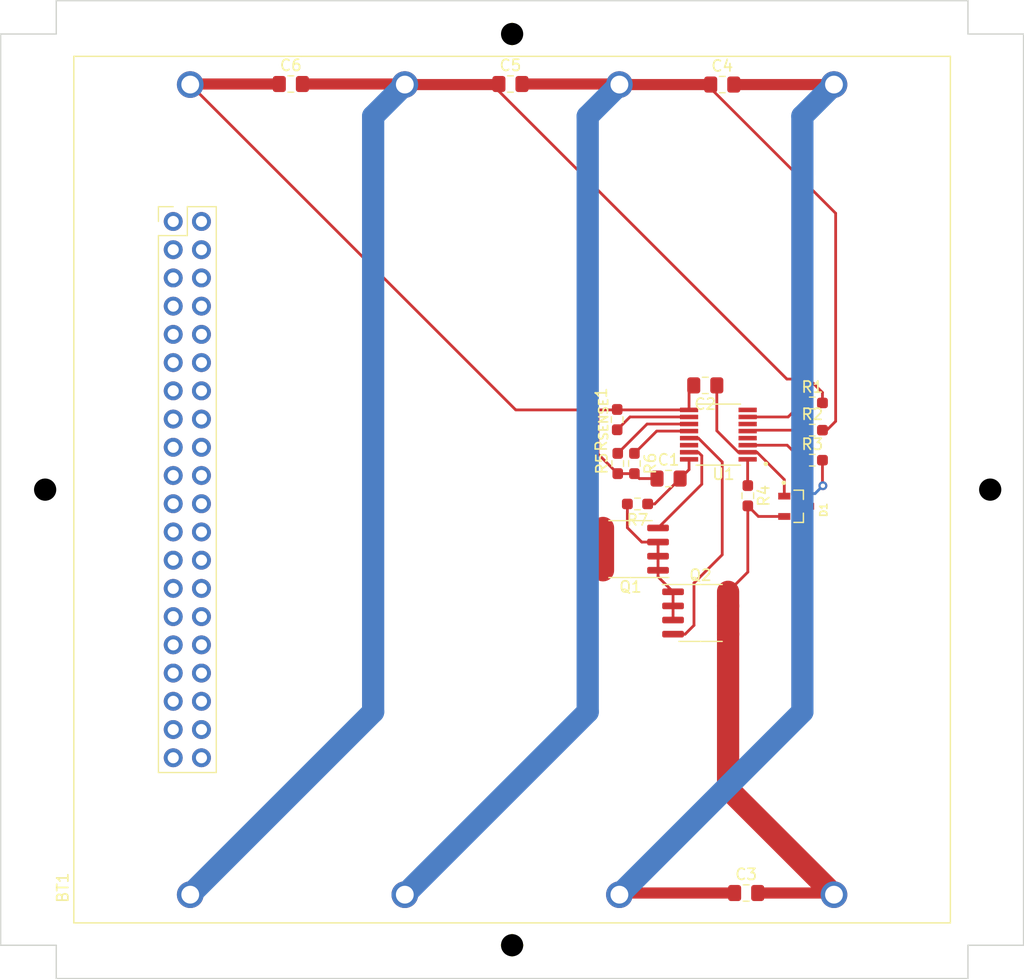
<source format=kicad_pcb>
(kicad_pcb (version 20211014) (generator pcbnew)
  (layers (0 "F.Cu" signal) (31 "B.Cu" signal) (34 "B.Paste" user) (35 "F.Paste" user) (36 "B.SilkS" user "B.Silkscreen") (37 "F.SilkS" user "F.Silkscreen") (38 "B.Mask" user) (39 "F.Mask" user) (44 "Edge.Cuts" user))
  (net 0 "")
  (net 2 "GND")
  (net 3 "Net-(Q1-Pad1)")
  (net 4 "Net-(Q1-Pad4)")
  (net 5 "GNDPWR")
  (net 6 "Net-(R1-Pad1)")
  (net 7 "Net-(R2-Pad1)")
  (net 8 "Net-(R3-Pad1)")
  (net 9 "Net-(R4-Pad1)")
  (net 10 "Net-(C1-Pad2)")
  (net 11 "Net-(R5-Pad2)")
  (net 12 "Net-(R6-Pad1)")
  (net 13 "Net-(C2-Pad1)")
  (net 14 "Net-(R8-Pad1)")
  (net 15 "Net-(R8-Pad11)")
  (net 16 "Net-(R8-Pad10)")
  (net 29 "Net-(C5-Pad1)")
  (net 30 "Net-(C4-Pad1)")
  (net 31 "Net-(C3-Pad1)")
  (net 32 "Net-(C3-Pad2)")
  (net 33 "VPP")
  (net 34 "Net-(U1-Pad13)")
  (footprint "Capacitor_SMD:C_0805_2012Metric_Pad1.18x1.45mm_HandSolder" (layer "F.Cu") (at 238 9.2)
    (fp_text reference "C5" (at 0 -1.68) (layer "F.SilkS"))
    (fp_text value "0.1uF")
    (fp_line (start -0.261252 0.735) (end 0.261252 0.735) (layer "F.SilkS") (width 0.12))
    (fp_line (start -0.261252 -0.735) (end 0.261252 -0.735) (layer "F.SilkS") (width 0.12))
    (pad "1" smd roundrect (at -1.0375 0) (size 1.175 1.45) (layers "F.Cu" "F.Paste" "F.Mask") (roundrect_rratio 0.212766) (net 29 "Net-(C5-Pad1)"))
    (pad "2" smd roundrect (at 1.0375 0) (size 1.175 1.45) (layers "F.Cu" "F.Paste" "F.Mask") (roundrect_rratio 0.212766) (net 30 "Net-(C4-Pad1)"))
  )
  (footprint "Resistor_SMD:R_0603_1608Metric_Pad0.98x0.95mm_HandSolder" (layer "F.Cu") (at 247.6 39.4 90)
    (fp_text reference "R_{SENSE}1" (at 0 -1.43 90) (layer "F.SilkS"))
    (fp_text value "0.02")
    (fp_line (start -0.254724 -0.5225) (end 0.254724 -0.5225) (layer "F.SilkS") (width 0.12))
    (fp_line (start -0.254724 0.5225) (end 0.254724 0.5225) (layer "F.SilkS") (width 0.12))
    (pad "1" smd roundrect (at -0.9125 0 90) (size 0.975 0.95) (layers "F.Cu" "F.Paste" "F.Mask") (net 2 "GND"))
    (pad "2" smd roundrect (at 0.9125 0 90) (size 0.975 0.95) (layers "F.Cu" "F.Paste" "F.Mask") (net 5 "GNDPWR"))
  )
  (footprint "Capacitor_SMD:C_0805_2012Metric_Pad1.18x1.45mm_HandSolder" (layer "F.Cu") (at 218.25 9.2)
    (fp_text reference "C6" (at 0 -1.68) (layer "F.SilkS"))
    (fp_text value "0.1uF")
    (fp_line (start -0.261252 0.735) (end 0.261252 0.735) (layer "F.SilkS") (width 0.12))
    (fp_line (start -0.261252 -0.735) (end 0.261252 -0.735) (layer "F.SilkS") (width 0.12))
    (pad "1" smd roundrect (at -1.0375 0) (size 1.175 1.45) (layers "F.Cu" "F.Paste" "F.Mask") (roundrect_rratio 0.212766) (net 5 "GNDPWR"))
    (pad "2" smd roundrect (at 1.0375 0) (size 1.175 1.45) (layers "F.Cu" "F.Paste" "F.Mask") (roundrect_rratio 0.212766) (net 29 "Net-(C5-Pad1)"))
  )
  (footprint "Bluesat:SOP63P602X175-16N" (layer "F.Cu") (at 256.7 40.75 180)
    (fp_text reference "U1" (at -0.46 -3.5595 180) (layer "F.SilkS"))
    (fp_text value "MAX1924XEEE+")
    (fp_line (start -1.995 2.7475) (end 1.995 2.7475) (layer "F.SilkS") (width 0.127))
    (fp_line (start -1.995 -2.7475) (end 1.995 -2.7475) (layer "F.SilkS") (width 0.127))
    (fp_circle (center -4.275 -2.6325) (end -4.175 -2.6325) (layer "F.SilkS") (width 0.2) (fill none))
    (pad "1" smd roundrect locked (at -2.635 -2.2225 180) (size 1.64 0.41) (layers "F.Cu" "F.Paste" "F.Mask") (roundrect_rratio 0.05) (net 9 "Net-(R4-Pad1)"))
    (pad "2" smd roundrect locked (at -2.635 -1.5875 180) (size 1.64 0.41) (layers "F.Cu" "F.Paste" "F.Mask") (roundrect_rratio 0.05) (net 13 "Net-(C2-Pad1)"))
    (pad "3" smd roundrect locked (at -2.635 -0.9525 180) (size 1.64 0.41) (layers "F.Cu" "F.Paste" "F.Mask") (roundrect_rratio 0.05) (net 8 "Net-(R3-Pad1)"))
    (pad "4" smd roundrect locked (at -2.635 -0.3175 180) (size 1.64 0.41) (layers "F.Cu" "F.Paste" "F.Mask") (roundrect_rratio 0.05))
    (pad "5" smd roundrect locked (at -2.635 0.3175 180) (size 1.64 0.41) (layers "F.Cu" "F.Paste" "F.Mask") (roundrect_rratio 0.05) (net 7 "Net-(R2-Pad1)"))
    (pad "6" smd roundrect locked (at -2.635 0.9525 180) (size 1.64 0.41) (layers "F.Cu" "F.Paste" "F.Mask") (roundrect_rratio 0.05))
    (pad "7" smd roundrect locked (at -2.635 1.5875 180) (size 1.64 0.41) (layers "F.Cu" "F.Paste" "F.Mask") (roundrect_rratio 0.05) (net 6 "Net-(R1-Pad1)"))
    (pad "8" smd roundrect locked (at -2.635 2.2225 180) (size 1.64 0.41) (layers "F.Cu" "F.Paste" "F.Mask") (roundrect_rratio 0.05))
    (pad "9" smd roundrect locked (at 2.635 2.2225 180) (size 1.64 0.41) (layers "F.Cu" "F.Paste" "F.Mask") (roundrect_rratio 0.05) (net 5 "GNDPWR"))
    (pad "10" smd roundrect locked (at 2.635 1.5875 180) (size 1.64 0.41) (layers "F.Cu" "F.Paste" "F.Mask") (roundrect_rratio 0.05) (net 2 "GND"))
    (pad "11" smd roundrect locked (at 2.635 0.9525 180) (size 1.64 0.41) (layers "F.Cu" "F.Paste" "F.Mask") (roundrect_rratio 0.05) (net 11 "Net-(R5-Pad2)"))
    (pad "12" smd roundrect locked (at 2.635 0.3175 180) (size 1.64 0.41) (layers "F.Cu" "F.Paste" "F.Mask") (roundrect_rratio 0.05) (net 12 "Net-(R6-Pad1)"))
    (pad "13" smd roundrect locked (at 2.635 -0.3175 180) (size 1.64 0.41) (layers "F.Cu" "F.Paste" "F.Mask") (roundrect_rratio 0.05) (net 34 "Net-(U1-Pad13)"))
    (pad "14" smd roundrect locked (at 2.635 -0.9525 180) (size 1.64 0.41) (layers "F.Cu" "F.Paste" "F.Mask") (roundrect_rratio 0.05))
    (pad "15" smd roundrect locked (at 2.635 -1.5875 180) (size 1.64 0.41) (layers "F.Cu" "F.Paste" "F.Mask") (roundrect_rratio 0.05) (net 4 "Net-(Q1-Pad4)"))
    (pad "16" smd roundrect locked (at 2.635 -2.2225 180) (size 1.64 0.41) (layers "F.Cu" "F.Paste" "F.Mask") (roundrect_rratio 0.05) (net 10 "Net-(C1-Pad2)"))
  )
  (footprint "Bluesat:SOT91P240X102-3N" (layer "F.Cu") (at 263.7 47.2 -90)
    (fp_text reference "D1" (at 0.332 -2.4714 90) (layer "F.SilkS") (effects (font (size 0.64 0.64))))
    (fp_text value "D_Schottky")
    (fp_line (start -1.45 -0.65) (end -0.62 -0.65) (layer "F.SilkS") (width 0.127))
    (fp_line (start -1.45 0.205) (end -1.45 -0.65) (layer "F.SilkS") (width 0.127))
    (fp_line (start 0.62 -0.65) (end 1.45 -0.65) (layer "F.SilkS") (width 0.127))
    (fp_line (start 1.45 -0.65) (end 1.45 0.205) (layer "F.SilkS") (width 0.127))
    (fp_circle (center -2.115 1.115) (end -2.015 1.115) (layer "F.SilkS") (width 0.2) (fill none))
    (pad "1" smd rect locked (at -0.915 1.07 270) (size 0.61 1.09) (layers "F.Cu" "F.Paste" "F.Mask") (net 13 "Net-(C2-Pad1)"))
    (pad "2" smd rect locked (at 0.915 1.07 270) (size 0.61 1.09) (layers "F.Cu" "F.Paste" "F.Mask") (net 32 "Net-(C3-Pad2)"))
    (pad "3" smd rect locked (at 0 -1.07 270) (size 0.61 1.09) (layers "F.Cu" "F.Paste" "F.Mask"))
  )
  (footprint "Bluesat:BAT_BK-18650-PC8" (layer "F.Cu") (at 238.15 45.7 90)
    (fp_text reference "BT1" (at -35.825 -40.415 90) (layer "F.SilkS"))
    (fp_text value "BK-18650-PC8")
    (fp_line (start -42 0) (end -40 0) (layer "F.SilkS") (width 0.127))
    (fp_line (start -38.99 39.42) (end -38.99 -39.42) (layer "F.SilkS") (width 0.127))
    (fp_line (start -38.99 -39.42) (end 38.99 -39.42) (layer "F.SilkS") (width 0.127))
    (fp_line (start 38.99 -39.42) (end 38.99 39.42) (layer "F.SilkS") (width 0.127))
    (fp_line (start 38.99 39.42) (end -38.99 39.42) (layer "F.SilkS") (width 0.127))
    (fp_line (start -41 -1) (end -41 1) (layer "F.SilkS") (width 0.127))
    (fp_line (start 40 0) (end 42 0) (layer "F.SilkS") (width 0.127))
    (pad "" np_thru_hole circle locked (at 27.805 28.955 90) (size 3.2 3.2) (drill 3.2) (layers *.Cu *.Mask))
    (pad "" np_thru_hole circle locked (at -27.805 -9.65 90) (size 3.2 3.2) (drill 3.2) (layers *.Cu *.Mask))
    (pad "" np_thru_hole circle locked (at -27.805 9.65 90) (size 3.2 3.2) (drill 3.2) (layers *.Cu *.Mask))
    (pad "" np_thru_hole circle locked (at 27.805 -9.65 90) (size 3.2 3.2) (drill 3.2) (layers *.Cu *.Mask))
    (pad "" np_thru_hole circle locked (at 27.805 -28.955 90) (size 3.2 3.2) (drill 3.2) (layers *.Cu *.Mask))
    (pad "" np_thru_hole circle locked (at 27.805 9.65 90) (size 3.2 3.2) (drill 3.2) (layers *.Cu *.Mask))
    (pad "" np_thru_hole circle locked (at -27.805 28.955 90) (size 3.2 3.2) (drill 3.2) (layers *.Cu *.Mask))
    (pad "" np_thru_hole circle locked (at -27.805 -28.955 90) (size 3.2 3.2) (drill 3.2) (layers *.Cu *.Mask))
    (pad "1+" thru_hole circle locked (at -36.45 -28.95 90) (size 2.4 2.4) (drill 1.6) (layers *.Cu *.Mask) (net 29 "Net-(C5-Pad1)"))
    (pad "1-" thru_hole circle locked (at 36.45 -28.95 90) (size 2.4 2.4) (drill 1.6) (layers *.Cu *.Mask) (net 5 "GNDPWR"))
    (pad "2+" thru_hole circle locked (at -36.45 -9.65 90) (size 2.4 2.4) (drill 1.6) (layers *.Cu *.Mask) (net 30 "Net-(C4-Pad1)"))
    (pad "2-" thru_hole circle locked (at 36.45 -9.65 90) (size 2.4 2.4) (drill 1.6) (layers *.Cu *.Mask) (net 29 "Net-(C5-Pad1)"))
    (pad "3+" thru_hole circle locked (at -36.45 9.65 90) (size 2.4 2.4) (drill 1.6) (layers *.Cu *.Mask) (net 31 "Net-(C3-Pad1)"))
    (pad "3-" thru_hole circle locked (at 36.45 9.65 90) (size 2.4 2.4) (drill 1.6) (layers *.Cu *.Mask) (net 30 "Net-(C4-Pad1)"))
    (pad "4+" thru_hole circle locked (at -36.45 28.95 90) (size 2.4 2.4) (drill 1.6) (layers *.Cu *.Mask) (net 32 "Net-(C3-Pad2)"))
    (pad "4-" thru_hole circle locked (at 36.45 28.95 90) (size 2.4 2.4) (drill 1.6) (layers *.Cu *.Mask) (net 31 "Net-(C3-Pad1)"))
  )
  (footprint "Resistor_SMD:R_0603_1608Metric_Pad0.98x0.95mm_HandSolder" (layer "F.Cu") (at 249.428 46.99 180)
    (fp_text reference "R7" (at 0 -1.43) (layer "F.SilkS"))
    (fp_text value "10K")
    (fp_line (start -0.254724 0.5225) (end 0.254724 0.5225) (layer "F.SilkS") (width 0.12))
    (fp_line (start -0.254724 -0.5225) (end 0.254724 -0.5225) (layer "F.SilkS") (width 0.12))
    (pad "1" smd roundrect (at -0.9125 0 180) (size 0.975 0.95) (layers "F.Cu" "F.Paste" "F.Mask") (net 10 "Net-(C1-Pad2)"))
    (pad "2" smd roundrect (at 0.9125 0 180) (size 0.975 0.95) (layers "F.Cu" "F.Paste" "F.Mask") (net 3 "Net-(Q1-Pad1)"))
  )
  (footprint "Capacitor_SMD:C_0805_2012Metric_Pad1.18x1.45mm_HandSolder" (layer "F.Cu") (at 252.222 44.704)
    (fp_text reference "C1" (at 0 -1.68) (layer "F.SilkS"))
    (fp_text value "2.2uF")
    (fp_line (start -0.261252 0.735) (end 0.261252 0.735) (layer "F.SilkS") (width 0.12))
    (fp_line (start -0.261252 -0.735) (end 0.261252 -0.735) (layer "F.SilkS") (width 0.12))
    (pad "1" smd roundrect (at -1.0375 0) (size 1.175 1.45) (layers "F.Cu" "F.Paste" "F.Mask") (roundrect_rratio 0.212766) (net 5 "GNDPWR"))
    (pad "2" smd roundrect (at 1.0375 0) (size 1.175 1.45) (layers "F.Cu" "F.Paste" "F.Mask") (roundrect_rratio 0.212766) (net 10 "Net-(C1-Pad2)"))
  )
  (footprint "Resistor_SMD:R_0603_1608Metric_Pad0.98x0.95mm_HandSolder" (layer "F.Cu") (at 265.15 37.9)
    (fp_text reference "R1" (at 0 -1.43) (layer "F.SilkS"))
    (fp_text value "1K")
    (fp_line (start -0.254724 -0.5225) (end 0.254724 -0.5225) (layer "F.SilkS") (width 0.12))
    (fp_line (start -0.254724 0.5225) (end 0.254724 0.5225) (layer "F.SilkS") (width 0.12))
    (pad "1" smd roundrect (at -0.9125 0) (size 0.975 0.95) (layers "F.Cu" "F.Paste" "F.Mask") (net 6 "Net-(R1-Pad1)"))
    (pad "2" smd roundrect (at 0.9125 0) (size 0.975 0.95) (layers "F.Cu" "F.Paste" "F.Mask") (net 29 "Net-(C5-Pad1)"))
  )
  (footprint "Resistor_SMD:R_0603_1608Metric_Pad0.98x0.95mm_HandSolder" (layer "F.Cu") (at 265.15 43.05)
    (fp_text reference "R3" (at 0 -1.43) (layer "F.SilkS"))
    (fp_text value "1K")
    (fp_line (start -0.254724 0.5225) (end 0.254724 0.5225) (layer "F.SilkS") (width 0.12))
    (fp_line (start -0.254724 -0.5225) (end 0.254724 -0.5225) (layer "F.SilkS") (width 0.12))
    (pad "1" smd roundrect (at -0.9125 0) (size 0.975 0.95) (layers "F.Cu" "F.Paste" "F.Mask") (net 8 "Net-(R3-Pad1)"))
    (pad "2" smd roundrect (at 0.9125 0) (size 0.975 0.95) (layers "F.Cu" "F.Paste" "F.Mask") (net 31 "Net-(C3-Pad1)"))
  )
  (footprint "Resistor_SMD:R_0603_1608Metric_Pad0.98x0.95mm_HandSolder" (layer "F.Cu") (at 259.35 46.25 -90)
    (fp_text reference "R4" (at 0 -1.43 90) (layer "F.SilkS"))
    (fp_text value "51")
    (fp_line (start -0.254724 0.5225) (end 0.254724 0.5225) (layer "F.SilkS") (width 0.12))
    (fp_line (start -0.254724 -0.5225) (end 0.254724 -0.5225) (layer "F.SilkS") (width 0.12))
    (pad "1" smd roundrect (at -0.9125 0 270) (size 0.975 0.95) (layers "F.Cu" "F.Paste" "F.Mask") (net 9 "Net-(R4-Pad1)"))
    (pad "2" smd roundrect (at 0.9125 0 270) (size 0.975 0.95) (layers "F.Cu" "F.Paste" "F.Mask") (net 32 "Net-(C3-Pad2)"))
  )
  (footprint "Package_SO:SOIC-8_3.9x4.9mm_P1.27mm" (layer "F.Cu") (at 248.8 51.054 180)
    (fp_text reference "Q1" (at 0 -3.4) (layer "F.SilkS"))
    (fp_text value "IRF7404")
    (fp_line (start 0 -2.56) (end -3.45 -2.56) (layer "F.SilkS") (width 0.12))
    (fp_line (start 0 2.56) (end -1.95 2.56) (layer "F.SilkS") (width 0.12))
    (fp_line (start 0 2.56) (end 1.95 2.56) (layer "F.SilkS") (width 0.12))
    (fp_line (start 0 -2.56) (end 1.95 -2.56) (layer "F.SilkS") (width 0.12))
    (pad "1" smd roundrect (at -2.475 -1.905 180) (size 1.95 0.6) (layers "F.Cu" "F.Paste" "F.Mask") (net 3 "Net-(Q1-Pad1)"))
    (pad "2" smd roundrect (at -2.475 -0.635 180) (size 1.95 0.6) (layers "F.Cu" "F.Paste" "F.Mask") (net 3 "Net-(Q1-Pad1)"))
    (pad "3" smd roundrect (at -2.475 0.635 180) (size 1.95 0.6) (layers "F.Cu" "F.Paste" "F.Mask") (net 3 "Net-(Q1-Pad1)"))
    (pad "4" smd roundrect (at -2.475 1.905 180) (size 1.95 0.6) (layers "F.Cu" "F.Paste" "F.Mask") (net 4 "Net-(Q1-Pad4)"))
    (pad "5" smd roundrect (at 2.475 1.905 180) (size 1.95 0.6) (layers "F.Cu" "F.Paste" "F.Mask") (net 33 "VPP"))
    (pad "6" smd roundrect (at 2.475 0.635 180) (size 1.95 0.6) (layers "F.Cu" "F.Paste" "F.Mask") (net 33 "VPP"))
    (pad "7" smd roundrect (at 2.475 -0.635 180) (size 1.95 0.6) (layers "F.Cu" "F.Paste" "F.Mask") (net 33 "VPP"))
    (pad "8" smd roundrect (at 2.475 -1.905 180) (size 1.95 0.6) (layers "F.Cu" "F.Paste" "F.Mask") (net 33 "VPP"))
  )
  (footprint "Resistor_SMD:R_0603_1608Metric_Pad0.98x0.95mm_HandSolder" (layer "F.Cu") (at 247.65 43.35 90)
    (fp_text reference "R5" (at 0 -1.43 90) (layer "F.SilkS"))
    (fp_text value "10K")
    (fp_line (start -0.254724 -0.5225) (end 0.254724 -0.5225) (layer "F.SilkS") (width 0.12))
    (fp_line (start -0.254724 0.5225) (end 0.254724 0.5225) (layer "F.SilkS") (width 0.12))
    (pad "1" smd roundrect (at -0.9125 0 90) (size 0.975 0.95) (layers "F.Cu" "F.Paste" "F.Mask") (net 5 "GNDPWR"))
    (pad "2" smd roundrect (at 0.9125 0 90) (size 0.975 0.95) (layers "F.Cu" "F.Paste" "F.Mask") (net 11 "Net-(R5-Pad2)"))
  )
  (footprint "Capacitor_SMD:C_0805_2012Metric_Pad1.18x1.45mm_HandSolder" (layer "F.Cu") (at 255.524 36.322 180)
    (fp_text reference "C2" (at 0 -1.68) (layer "F.SilkS"))
    (fp_text value "0.1uF")
    (fp_line (start -0.261252 -0.735) (end 0.261252 -0.735) (layer "F.SilkS") (width 0.12))
    (fp_line (start -0.261252 0.735) (end 0.261252 0.735) (layer "F.SilkS") (width 0.12))
    (pad "1" smd roundrect (at -1.0375 0 180) (size 1.175 1.45) (layers "F.Cu" "F.Paste" "F.Mask") (roundrect_rratio 0.212766) (net 13 "Net-(C2-Pad1)"))
    (pad "2" smd roundrect (at 1.0375 0 180) (size 1.175 1.45) (layers "F.Cu" "F.Paste" "F.Mask") (roundrect_rratio 0.212766) (net 5 "GNDPWR"))
  )
  (footprint "Bluesat:Rocket_Layout" (layer "F.Cu") (at 238.15 45.7)
    (fp_text reference "R8" hide)
    (fp_text value "Rocket_Board")
    (fp_line (start -26.61 -25.46) (end -26.61 25.46) (layer "F.SilkS") (width 0.12))
    (fp_line (start -31.81 25.46) (end -26.61 25.46) (layer "F.SilkS") (width 0.12))
    (fp_line (start -29.21 -22.86) (end -29.21 -25.46) (layer "F.SilkS") (width 0.12))
    (fp_line (start -31.81 -24.13) (end -31.81 -25.46) (layer "F.SilkS") (width 0.12))
    (fp_line (start -29.21 -25.46) (end -26.61 -25.46) (layer "F.SilkS") (width 0.12))
    (fp_line (start -31.81 -22.86) (end -31.81 25.46) (layer "F.SilkS") (width 0.12))
    (fp_line (start -31.81 -25.46) (end -30.48 -25.46) (layer "F.SilkS") (width 0.12))
    (fp_line (start -31.81 -22.86) (end -29.21 -22.86) (layer "F.SilkS") (width 0.12))
    (fp_line (start -41 -41) (end -46 -41) (layer "Edge.Cuts") (width 0.12))
    (fp_line (start 41 44) (end 41 41) (layer "Edge.Cuts") (width 0.12))
    (fp_line (start -41 41) (end -41 44) (layer "Edge.Cuts") (width 0.12))
    (fp_line (start 41 41) (end 46 41) (layer "Edge.Cuts") (width 0.12))
    (fp_line (start 41 -44) (end -41 -44) (layer "Edge.Cuts") (width 0.12))
    (fp_line (start 41 -41) (end 41 -44) (layer "Edge.Cuts") (width 0.12))
    (fp_line (start 46 -41) (end 41 -41) (layer "Edge.Cuts") (width 0.12))
    (fp_line (start -41 44) (end 41 44) (layer "Edge.Cuts") (width 0.12))
    (fp_line (start -46 -41) (end -46 41) (layer "Edge.Cuts") (width 0.12))
    (fp_line (start -41 -44) (end -41 -41) (layer "Edge.Cuts") (width 0.12))
    (fp_line (start 46 41) (end 46 -41) (layer "Edge.Cuts") (width 0.12))
    (fp_line (start -46 41) (end -41 41) (layer "Edge.Cuts") (width 0.12))
    (pad "" np_thru_hole circle locked (at -42 0) (size 2 2) (drill 3.2) (layers *.Mask))
    (pad "" np_thru_hole circle locked (at 0 -41) (size 2 2) (drill 3.2) (layers *.Mask))
    (pad "" np_thru_hole circle locked (at 0 41) (size 2 2) (drill 3.2) (layers *.Mask))
    (pad "" np_thru_hole circle locked (at 43 0) (size 2 2) (drill 3.2) (layers *.Mask))
    (pad "1" thru_hole circle locked (at -30.48 -24.13) (size 1.7 1.7) (drill 1) (layers *.Cu *.Mask) (net 14 "Net-(R8-Pad1)"))
    (pad "2" thru_hole circle locked (at -30.48 -21.59) (size 1.7 1.7) (drill 1) (layers *.Cu *.Mask) (net 15 "Net-(R8-Pad11)"))
    (pad "3" thru_hole circle locked (at -30.48 -19.05) (size 1.7 1.7) (drill 1) (layers *.Cu *.Mask) (net 16 "Net-(R8-Pad10)"))
    (pad "4" thru_hole circle locked (at -30.48 -16.51) (size 1.7 1.7) (drill 1) (layers *.Cu *.Mask) (net 15 "Net-(R8-Pad11)"))
    (pad "5" thru_hole circle locked (at -30.48 -13.97) (size 1.7 1.7) (drill 1) (layers *.Cu *.Mask))
    (pad "6" thru_hole circle locked (at -30.48 -11.43) (size 1.7 1.7) (drill 1) (layers *.Cu *.Mask))
    (pad "7" thru_hole circle locked (at -30.48 -8.89) (size 1.7 1.7) (drill 1) (layers *.Cu *.Mask) (net 15 "Net-(R8-Pad11)"))
    (pad "8" thru_hole circle locked (at -30.48 -6.35) (size 1.7 1.7) (drill 1) (layers *.Cu *.Mask) (net 14 "Net-(R8-Pad1)"))
    (pad "9" thru_hole circle locked (at -30.48 -3.81) (size 1.7 1.7) (drill 1) (layers *.Cu *.Mask) (net 15 "Net-(R8-Pad11)"))
    (pad "10" thru_hole circle locked (at -30.48 -1.27) (size 1.7 1.7) (drill 1) (layers *.Cu *.Mask) (net 16 "Net-(R8-Pad10)"))
    (pad "11" thru_hole circle locked (at -30.48 1.27) (size 1.7 1.7) (drill 1) (layers *.Cu *.Mask) (net 15 "Net-(R8-Pad11)"))
    (pad "12" thru_hole circle locked (at -30.48 3.81) (size 1.7 1.7) (drill 1) (layers *.Cu *.Mask))
    (pad "13" thru_hole circle locked (at -30.48 6.35) (size 1.7 1.7) (drill 1) (layers *.Cu *.Mask))
    (pad "14" thru_hole circle locked (at -30.48 8.89) (size 1.7 1.7) (drill 1) (layers *.Cu *.Mask) (net 15 "Net-(R8-Pad11)"))
    (pad "15" thru_hole circle locked (at -30.48 11.43) (size 1.7 1.7) (drill 1) (layers *.Cu *.Mask))
    (pad "16" thru_hole circle locked (at -30.48 13.97) (size 1.7 1.7) (drill 1) (layers *.Cu *.Mask))
    (pad "17" thru_hole circle locked (at -30.48 16.51) (size 1.7 1.7) (drill 1) (layers *.Cu *.Mask) (net 15 "Net-(R8-Pad11)"))
    (pad "18" thru_hole circle locked (at -30.48 19.05) (size 1.7 1.7) (drill 1) (layers *.Cu *.Mask) (net 14 "Net-(R8-Pad1)"))
    (pad "19" thru_hole circle locked (at -30.48 21.59) (size 1.7 1.7) (drill 1) (layers *.Cu *.Mask) (net 15 "Net-(R8-Pad11)"))
    (pad "20" thru_hole circle locked (at -30.48 24.13) (size 1.7 1.7) (drill 1) (layers *.Cu *.Mask) (net 16 "Net-(R8-Pad10)"))
    (pad "21" thru_hole circle locked (at -27.94 24.13) (size 1.7 1.7) (drill 1) (layers *.Cu *.Mask) (net 16 "Net-(R8-Pad10)"))
    (pad "22" thru_hole circle locked (at -27.94 21.59) (size 1.7 1.7) (drill 1) (layers *.Cu *.Mask) (net 15 "Net-(R8-Pad11)"))
    (pad "23" thru_hole circle locked (at -27.94 19.05) (size 1.7 1.7) (drill 1) (layers *.Cu *.Mask) (net 14 "Net-(R8-Pad1)"))
    (pad "24" thru_hole circle locked (at -27.94 16.51) (size 1.7 1.7) (drill 1) (layers *.Cu *.Mask) (net 15 "Net-(R8-Pad11)"))
    (pad "25" thru_hole circle locked (at -27.94 13.97) (size 1.7 1.7) (drill 1) (layers *.Cu *.Mask))
    (pad "26" thru_hole circle locked (at -27.94 11.43) (size 1.7 1.7) (drill 1) (layers *.Cu *.Mask))
    (pad "27" thru_hole circle locked (at -27.94 8.89) (size 1.7 1.7) (drill 1) (layers *.Cu *.Mask) (net 15 "Net-(R8-Pad11)"))
    (pad "28" thru_hole circle locked (at -27.94 6.35) (size 1.7 1.7) (drill 1) (layers *.Cu *.Mask))
    (pad "29" thru_hole circle locked (at -27.94 3.81) (size 1.7 1.7) (drill 1) (layers *.Cu *.Mask))
    (pad "30" thru_hole circle locked (at -27.94 1.27) (size 1.7 1.7) (drill 1) (layers *.Cu *.Mask) (net 15 "Net-(R8-Pad11)"))
    (pad "31" thru_hole circle locked (at -27.94 -1.27) (size 1.7 1.7) (drill 1) (layers *.Cu *.Mask) (net 16 "Net-(R8-Pad10)"))
    (pad "32" thru_hole circle locked (at -27.94 -3.81) (size 1.7 1.7) (drill 1) (layers *.Cu *.Mask) (net 15 "Net-(R8-Pad11)"))
    (pad "33" thru_hole circle locked (at -27.94 -6.35) (size 1.7 1.7) (drill 1) (layers *.Cu *.Mask) (net 14 "Net-(R8-Pad1)"))
    (pad "34" thru_hole circle locked (at -27.94 -8.89) (size 1.7 1.7) (drill 1) (layers *.Cu *.Mask) (net 15 "Net-(R8-Pad11)"))
    (pad "35" thru_hole circle locked (at -27.94 -11.43) (size 1.7 1.7) (drill 1) (layers *.Cu *.Mask))
    (pad "36" thru_hole circle locked (at -27.94 -13.97) (size 1.7 1.7) (drill 1) (layers *.Cu *.Mask))
    (pad "37" thru_hole circle locked (at -27.94 -16.51) (size 1.7 1.7) (drill 1) (layers *.Cu *.Mask) (net 15 "Net-(R8-Pad11)"))
    (pad "38" thru_hole circle locked (at -27.94 -19.05) (size 1.7 1.7) (drill 1) (layers *.Cu *.Mask) (net 16 "Net-(R8-Pad10)"))
    (pad "39" thru_hole circle locked (at -27.94 -21.59) (size 1.7 1.7) (drill 1) (layers *.Cu *.Mask) (net 15 "Net-(R8-Pad11)"))
    (pad "40" thru_hole circle locked (at -27.94 -24.13) (size 1.7 1.7) (drill 1) (layers *.Cu *.Mask) (net 14 "Net-(R8-Pad1)"))
  )
  (footprint "Package_SO:SOIC-8_3.9x4.9mm_P1.27mm" (layer "F.Cu") (at 255.1 56.8)
    (fp_text reference "Q2" (at 0 -3.4) (layer "F.SilkS"))
    (fp_text value "IRF7404")
    (fp_line (start 0 2.56) (end 1.95 2.56) (layer "F.SilkS") (width 0.12))
    (fp_line (start 0 2.56) (end -1.95 2.56) (layer "F.SilkS") (width 0.12))
    (fp_line (start 0 -2.56) (end -3.45 -2.56) (layer "F.SilkS") (width 0.12))
    (fp_line (start 0 -2.56) (end 1.95 -2.56) (layer "F.SilkS") (width 0.12))
    (pad "1" smd roundrect (at -2.475 -1.905) (size 1.95 0.6) (layers "F.Cu" "F.Paste" "F.Mask") (net 3 "Net-(Q1-Pad1)"))
    (pad "2" smd roundrect (at -2.475 -0.635) (size 1.95 0.6) (layers "F.Cu" "F.Paste" "F.Mask") (net 3 "Net-(Q1-Pad1)"))
    (pad "3" smd roundrect (at -2.475 0.635) (size 1.95 0.6) (layers "F.Cu" "F.Paste" "F.Mask") (net 3 "Net-(Q1-Pad1)"))
    (pad "4" smd roundrect (at -2.475 1.905) (size 1.95 0.6) (layers "F.Cu" "F.Paste" "F.Mask") (net 34 "Net-(U1-Pad13)"))
    (pad "5" smd roundrect (at 2.475 1.905) (size 1.95 0.6) (layers "F.Cu" "F.Paste" "F.Mask") (net 32 "Net-(C3-Pad2)"))
    (pad "6" smd roundrect (at 2.475 0.635) (size 1.95 0.6) (layers "F.Cu" "F.Paste" "F.Mask") (net 32 "Net-(C3-Pad2)"))
    (pad "7" smd roundrect (at 2.475 -0.635) (size 1.95 0.6) (layers "F.Cu" "F.Paste" "F.Mask") (net 32 "Net-(C3-Pad2)"))
    (pad "8" smd roundrect (at 2.475 -1.905) (size 1.95 0.6) (layers "F.Cu" "F.Paste" "F.Mask") (net 32 "Net-(C3-Pad2)"))
  )
  (footprint "Capacitor_SMD:C_0805_2012Metric_Pad1.18x1.45mm_HandSolder" (layer "F.Cu") (at 257.05 9.25)
    (fp_text reference "C4" (at 0 -1.68) (layer "F.SilkS"))
    (fp_text value "0.1uF")
    (fp_line (start -0.261252 0.735) (end 0.261252 0.735) (layer "F.SilkS") (width 0.12))
    (fp_line (start -0.261252 -0.735) (end 0.261252 -0.735) (layer "F.SilkS") (width 0.12))
    (pad "1" smd roundrect (at -1.0375 0) (size 1.175 1.45) (layers "F.Cu" "F.Paste" "F.Mask") (roundrect_rratio 0.212766) (net 30 "Net-(C4-Pad1)"))
    (pad "2" smd roundrect (at 1.0375 0) (size 1.175 1.45) (layers "F.Cu" "F.Paste" "F.Mask") (roundrect_rratio 0.212766) (net 31 "Net-(C3-Pad1)"))
  )
  (footprint "Capacitor_SMD:C_0805_2012Metric_Pad1.18x1.45mm_HandSolder" (layer "F.Cu") (at 259.2 82)
    (fp_text reference "C3" (at 0 -1.68) (layer "F.SilkS"))
    (fp_text value "1uF")
    (fp_line (start -0.261252 0.735) (end 0.261252 0.735) (layer "F.SilkS") (width 0.12))
    (fp_line (start -0.261252 -0.735) (end 0.261252 -0.735) (layer "F.SilkS") (width 0.12))
    (pad "1" smd roundrect (at -1.0375 0) (size 1.175 1.45) (layers "F.Cu" "F.Paste" "F.Mask") (roundrect_rratio 0.212766) (net 31 "Net-(C3-Pad1)"))
    (pad "2" smd roundrect (at 1.0375 0) (size 1.175 1.45) (layers "F.Cu" "F.Paste" "F.Mask") (roundrect_rratio 0.212766) (net 32 "Net-(C3-Pad2)"))
  )
  (footprint "Resistor_SMD:R_0603_1608Metric_Pad0.98x0.95mm_HandSolder" (layer "F.Cu") (at 265.15 40.35)
    (fp_text reference "R2" (at 0 -1.43) (layer "F.SilkS"))
    (fp_text value "1K")
    (fp_line (start -0.254724 0.5225) (end 0.254724 0.5225) (layer "F.SilkS") (width 0.12))
    (fp_line (start -0.254724 -0.5225) (end 0.254724 -0.5225) (layer "F.SilkS") (width 0.12))
    (pad "1" smd roundrect (at -0.9125 0) (size 0.975 0.95) (layers "F.Cu" "F.Paste" "F.Mask") (net 7 "Net-(R2-Pad1)"))
    (pad "2" smd roundrect (at 0.9125 0) (size 0.975 0.95) (layers "F.Cu" "F.Paste" "F.Mask") (net 30 "Net-(C4-Pad1)"))
  )
  (footprint "Resistor_SMD:R_0603_1608Metric_Pad0.98x0.95mm_HandSolder" (layer "F.Cu") (at 249.15 43.35 -90)
    (fp_text reference "R6" (at 0 -1.43 90) (layer "F.SilkS"))
    (fp_text value "10K")
    (fp_line (start -0.254724 -0.5225) (end 0.254724 -0.5225) (layer "F.SilkS") (width 0.12))
    (fp_line (start -0.254724 0.5225) (end 0.254724 0.5225) (layer "F.SilkS") (width 0.12))
    (pad "1" smd roundrect (at -0.9125 0 270) (size 0.975 0.95) (layers "F.Cu" "F.Paste" "F.Mask") (net 12 "Net-(R6-Pad1)"))
    (pad "2" smd roundrect (at 0.9125 0 270) (size 0.975 0.95) (layers "F.Cu" "F.Paste" "F.Mask") (net 5 "GNDPWR"))
  )
  (segment (start 254.065 39.1625) (end 248.75 39.1625) (width 0.25) (layer "F.Cu") (net 2))
  (segment (start 248.75 39.1625) (end 247.6 40.3125) (width 0.25) (layer "F.Cu") (net 2))
  (segment (start 251.275 52.959) (end 251.275 53.545) (width 0.25) (layer "F.Cu") (net 3))
  (segment (start 248.5155 46.99) (end 248.5155 49.1255) (width 0.25) (layer "F.Cu") (net 3))
  (segment (start 252.625 54.895) (end 252.625 56.165) (width 0.25) (layer "F.Cu") (net 3))
  (segment (start 249.809 50.419) (end 251.275 50.419) (width 0.25) (layer "F.Cu") (net 3))
  (segment (start 251.275 50.419) (end 251.275 51.689) (width 0.25) (layer "F.Cu") (net 3))
  (segment (start 248.5155 49.1255) (end 249.809 50.419) (width 0.25) (layer "F.Cu") (net 3))
  (segment (start 252.625 56.165) (end 252.625 57.435) (width 0.25) (layer "F.Cu") (net 3))
  (segment (start 251.275 51.689) (end 251.275 52.959) (width 0.25) (layer "F.Cu") (net 3))
  (segment (start 251.275 53.545) (end 252.625 54.895) (width 0.25) (layer "F.Cu") (net 3))
  (segment (start 255.20952 42.645089) (end 255.20952 45.21448) (width 0.25) (layer "F.Cu") (net 4))
  (segment (start 255.20952 45.21448) (end 251.275 49.149) (width 0.25) (layer "F.Cu") (net 4))
  (segment (start 254.901931 42.3375) (end 255.20952 42.645089) (width 0.25) (layer "F.Cu") (net 4))
  (segment (start 254.065 42.3375) (end 254.901931 42.3375) (width 0.25) (layer "F.Cu") (net 4))
  (segment (start 209.2 9.25) (end 238.4775 38.5275) (width 0.25) (layer "F.Cu") (net 5))
  (segment (start 247.65 44.2625) (end 245.8725 42.485) (width 0.25) (layer "F.Cu") (net 5))
  (segment (start 245.8725 42.485) (end 245.8725 38.5275) (width 0.25) (layer "F.Cu") (net 5))
  (segment (start 238.4775 38.5275) (end 245.8725 38.5275) (width 0.25) (layer "F.Cu") (net 5))
  (segment (start 245.8725 38.5275) (end 254.065 38.5275) (width 0.25) (layer "F.Cu") (net 5))
  (segment (start 249.5915 44.704) (end 249.15 44.2625) (width 0.25) (layer "F.Cu") (net 5))
  (segment (start 217.2125 9.2) (end 209.25 9.2) (width 1) (layer "F.Cu") (net 5))
  (segment (start 251.1845 44.704) (end 249.5915 44.704) (width 0.25) (layer "F.Cu") (net 5))
  (segment (start 209.25 9.2) (end 209.2 9.25) (width 0.25) (layer "F.Cu") (net 5))
  (segment (start 254.065 36.7435) (end 254.4865 36.322) (width 0.25) (layer "F.Cu") (net 5))
  (segment (start 249.15 44.2625) (end 247.65 44.2625) (width 0.25) (layer "F.Cu") (net 5))
  (segment (start 254.065 38.5275) (end 254.065 36.7435) (width 0.25) (layer "F.Cu") (net 5))
  (segment (start 262.975 39.1625) (end 259.335 39.1625) (width 0.25) (layer "F.Cu") (net 6))
  (segment (start 264.2375 37.9) (end 262.975 39.1625) (width 0.25) (layer "F.Cu") (net 6))
  (segment (start 264.2375 40.35) (end 259.4175 40.35) (width 0.25) (layer "F.Cu") (net 7))
  (segment (start 259.4175 40.35) (end 259.335 40.4325) (width 0.25) (layer "F.Cu") (net 7))
  (segment (start 262.89 41.7025) (end 259.335 41.7025) (width 0.25) (layer "F.Cu") (net 8))
  (segment (start 264.2375 43.05) (end 262.89 41.7025) (width 0.25) (layer "F.Cu") (net 8))
  (segment (start 259.335 42.9725) (end 259.335 45.3225) (width 0.25) (layer "F.Cu") (net 9))
  (segment (start 259.335 45.3225) (end 259.35 45.3375) (width 0.25) (layer "F.Cu") (net 9))
  (segment (start 250.9735 46.99) (end 253.2595 44.704) (width 0.25) (layer "F.Cu") (net 10))
  (segment (start 250.3405 46.99) (end 250.9735 46.99) (width 0.25) (layer "F.Cu") (net 10))
  (segment (start 254.065 43.8985) (end 253.2595 44.704) (width 0.25) (layer "F.Cu") (net 10))
  (segment (start 254.065 42.9725) (end 254.065 43.8985) (width 0.25) (layer "F.Cu") (net 10))
  (segment (start 250.29 39.7975) (end 247.65 42.4375) (width 0.25) (layer "F.Cu") (net 11))
  (segment (start 254.065 39.7975) (end 250.29 39.7975) (width 0.25) (layer "F.Cu") (net 11))
  (segment (start 251.155 40.4325) (end 249.15 42.4375) (width 0.25) (layer "F.Cu") (net 12))
  (segment (start 254.065 40.4325) (end 251.155 40.4325) (width 0.25) (layer "F.Cu") (net 12))
  (segment (start 256.5615 40.400931) (end 256.5615 36.322) (width 0.25) (layer "F.Cu") (net 13))
  (segment (start 262.63 46.285) (end 262.63 44.795569) (width 0.25) (layer "F.Cu") (net 13))
  (segment (start 259.335 42.3375) (end 258.498069 42.3375) (width 0.25) (layer "F.Cu") (net 13))
  (segment (start 260.171931 42.3375) (end 259.335 42.3375) (width 0.25) (layer "F.Cu") (net 13))
  (segment (start 258.498069 42.3375) (end 256.5615 40.400931) (width 0.25) (layer "F.Cu") (net 13))
  (segment (start 262.63 44.795569) (end 260.171931 42.3375) (width 0.25) (layer "F.Cu") (net 13))
  (segment (start 264.85 35.75) (end 266.0625 36.9625) (width 0.25) (layer "F.Cu") (net 29))
  (segment (start 228.45 9.2) (end 228.5 9.25) (width 0.25) (layer "F.Cu") (net 29))
  (segment (start 236.9125 9.25) (end 236.9625 9.2) (width 0.25) (layer "F.Cu") (net 29))
  (segment (start 262.862605 35.75) (end 264.85 35.75) (width 0.25) (layer "F.Cu") (net 29))
  (segment (start 266.0625 36.9625) (end 266.0625 37.9) (width 0.25) (layer "F.Cu") (net 29))
  (segment (start 236.9625 9.2) (end 236.9625 9.849895) (width 0.25) (layer "F.Cu") (net 29))
  (segment (start 219.2875 9.2) (end 228.45 9.2) (width 1) (layer "F.Cu") (net 29))
  (segment (start 236.9625 9.849895) (end 262.862605 35.75) (width 0.25) (layer "F.Cu") (net 29))
  (segment (start 228.5 9.25) (end 236.9125 9.25) (width 1) (layer "F.Cu") (net 29))
  (segment (start 225.650479 12.099521) (end 225.650479 65.699521) (width 2) (layer "B.Cu") (net 29))
  (segment (start 225.650479 65.699521) (end 209.2 82.15) (width 2) (layer "B.Cu") (net 29))
  (segment (start 228.5 9.25) (end 225.650479 12.099521) (width 2) (layer "B.Cu") (net 29))
  (segment (start 239.0375 9.2) (end 247.75 9.2) (width 1) (layer "F.Cu") (net 30))
  (segment (start 267.25 39.55) (end 267.25 20.832395) (width 0.25) (layer "F.Cu") (net 30))
  (segment (start 267.25 20.832395) (end 256.0125 9.594895) (width 0.25) (layer "F.Cu") (net 30))
  (segment (start 256.0125 9.594895) (end 256.0125 9.25) (width 0.25) (layer "F.Cu") (net 30))
  (segment (start 247.75 9.2) (end 247.8 9.25) (width 0.25) (layer "F.Cu") (net 30))
  (segment (start 266.0625 40.35) (end 266.45 40.35) (width 0.25) (layer "F.Cu") (net 30))
  (segment (start 266.45 40.35) (end 267.25 39.55) (width 0.25) (layer "F.Cu") (net 30))
  (segment (start 247.8 9.25) (end 256.0125 9.25) (width 1) (layer "F.Cu") (net 30))
  (segment (start 244.950479 65.699521) (end 228.5 82.15) (width 2) (layer "B.Cu") (net 30))
  (segment (start 244.950479 12.099521) (end 244.950479 65.699521) (width 2) (layer "B.Cu") (net 30))
  (segment (start 247.8 9.25) (end 244.950479 12.099521) (width 2) (layer "B.Cu") (net 30))
  (segment (start 266.0625 43.05) (end 266.0625 45.3125) (width 0.25) (layer "F.Cu") (net 31))
  (segment (start 258.1625 82) (end 247.95 82) (width 1) (layer "F.Cu") (net 31))
  (segment (start 266.0625 45.3125) (end 266.1 45.35) (width 0.25) (layer "F.Cu") (net 31))
  (segment (start 258.0875 9.25) (end 267.1 9.25) (width 1) (layer "F.Cu") (net 31))
  (segment (start 247.95 82) (end 247.8 82.15) (width 1) (layer "F.Cu") (net 31))
  (via (at 266.1 45.35) (size 0.8) (drill 0.4) (layers "F.Cu" "B.Cu") (net 31))
  (segment (start 266.1 45.35) (end 265.394521 46.055479) (width 0.25) (layer "B.Cu") (net 31))
  (segment (start 265.394521 46.055479) (end 264.255479 46.055479) (width 0.25) (layer "B.Cu") (net 31))
  (segment (start 264.255479 46.055479) (end 264.255479 65.694521) (width 2) (layer "B.Cu") (net 31))
  (segment (start 264.255479 12.094521) (end 264.255479 46.055479) (width 2) (layer "B.Cu") (net 31))
  (segment (start 264.255479 65.694521) (end 247.8 82.15) (width 2) (layer "B.Cu") (net 31))
  (segment (start 267.1 9.25) (end 264.255479 12.094521) (width 2) (layer "B.Cu") (net 31))
  (segment (start 260.3025 48.115) (end 259.35 47.1625) (width 0.25) (layer "F.Cu") (net 32))
  (segment (start 259.35 47.1625) (end 259.35 53.12) (width 0.25) (layer "F.Cu") (net 32))
  (segment (start 257.575 72.625) (end 267.1 82.15) (width 2) (layer "F.Cu") (net 32))
  (segment (start 259.35 74.4) (end 267.1 82.15) (width 0.25) (layer "F.Cu") (net 32))
  (segment (start 259.35 53.12) (end 257.575 54.895) (width 0.25) (layer "F.Cu") (net 32))
  (segment (start 260.2375 82) (end 266.95 82) (width 1) (layer "F.Cu") (net 32))
  (segment (start 257.575 58.705) (end 257.575 72.625) (width 2) (layer "F.Cu") (net 32))
  (segment (start 262.63 48.115) (end 260.3025 48.115) (width 0.25) (layer "F.Cu") (net 32))
  (segment (start 257.575 56.165) (end 257.575 58.705) (width 2) (layer "F.Cu") (net 32))
  (segment (start 266.95 82) (end 267.1 82.15) (width 1) (layer "F.Cu") (net 32))
  (segment (start 257.575 56.165) (end 257.575 54.895) (width 2) (layer "F.Cu") (net 32))
  (segment (start 246.325 52.959) (end 246.325 49.149) (width 2) (layer "F.Cu") (net 33))
  (segment (start 254.508 54.102) (end 254.508 57.912) (width 0.25) (layer "F.Cu") (net 34))
  (segment (start 257.048 43.213569) (end 257.048 51.562) (width 0.25) (layer "F.Cu") (net 34))
  (segment (start 254.508 57.912) (end 253.715 58.705) (width 0.25) (layer "F.Cu") (net 34))
  (segment (start 257.048 51.562) (end 254.508 54.102) (width 0.25) (layer "F.Cu") (net 34))
  (segment (start 254.901931 41.0675) (end 257.048 43.213569) (width 0.25) (layer "F.Cu") (net 34))
  (segment (start 254.065 41.0675) (end 254.901931 41.0675) (width 0.25) (layer "F.Cu") (net 34))
  (segment (start 253.715 58.705) (end 252.625 58.705) (width 0.25) (layer "F.Cu") (net 34))
)
</source>
